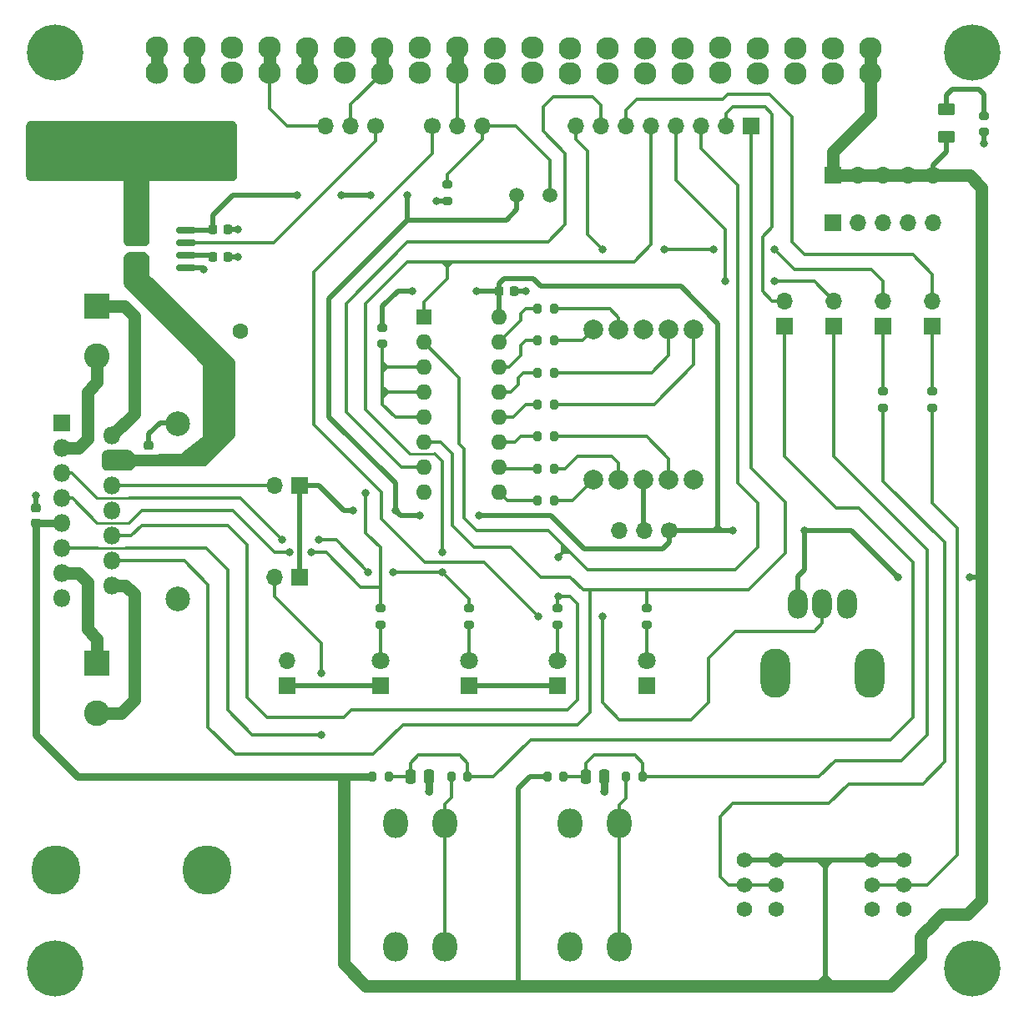
<source format=gbr>
%TF.GenerationSoftware,KiCad,Pcbnew,(6.0.10)*%
%TF.CreationDate,2023-01-19T10:13:04+01:00*%
%TF.ProjectId,myDAQExpansionBoard,6d794441-5145-4787-9061-6e73696f6e42,rev?*%
%TF.SameCoordinates,Original*%
%TF.FileFunction,Copper,L1,Top*%
%TF.FilePolarity,Positive*%
%FSLAX46Y46*%
G04 Gerber Fmt 4.6, Leading zero omitted, Abs format (unit mm)*
G04 Created by KiCad (PCBNEW (6.0.10)) date 2023-01-19 10:13:04*
%MOMM*%
%LPD*%
G01*
G04 APERTURE LIST*
G04 Aperture macros list*
%AMRoundRect*
0 Rectangle with rounded corners*
0 $1 Rounding radius*
0 $2 $3 $4 $5 $6 $7 $8 $9 X,Y pos of 4 corners*
0 Add a 4 corners polygon primitive as box body*
4,1,4,$2,$3,$4,$5,$6,$7,$8,$9,$2,$3,0*
0 Add four circle primitives for the rounded corners*
1,1,$1+$1,$2,$3*
1,1,$1+$1,$4,$5*
1,1,$1+$1,$6,$7*
1,1,$1+$1,$8,$9*
0 Add four rect primitives between the rounded corners*
20,1,$1+$1,$2,$3,$4,$5,0*
20,1,$1+$1,$4,$5,$6,$7,0*
20,1,$1+$1,$6,$7,$8,$9,0*
20,1,$1+$1,$8,$9,$2,$3,0*%
G04 Aperture macros list end*
%TA.AperFunction,ComponentPad*%
%ADD10R,1.800000X1.800000*%
%TD*%
%TA.AperFunction,ComponentPad*%
%ADD11C,1.800000*%
%TD*%
%TA.AperFunction,SMDPad,CuDef*%
%ADD12RoundRect,0.200000X-0.275000X0.200000X-0.275000X-0.200000X0.275000X-0.200000X0.275000X0.200000X0*%
%TD*%
%TA.AperFunction,SMDPad,CuDef*%
%ADD13RoundRect,0.200000X-0.200000X-0.275000X0.200000X-0.275000X0.200000X0.275000X-0.200000X0.275000X0*%
%TD*%
%TA.AperFunction,ComponentPad*%
%ADD14C,1.600000*%
%TD*%
%TA.AperFunction,ComponentPad*%
%ADD15C,5.700000*%
%TD*%
%TA.AperFunction,ComponentPad*%
%ADD16R,1.700000X1.700000*%
%TD*%
%TA.AperFunction,ComponentPad*%
%ADD17O,1.700000X1.700000*%
%TD*%
%TA.AperFunction,SMDPad,CuDef*%
%ADD18RoundRect,0.250000X-0.250000X-0.475000X0.250000X-0.475000X0.250000X0.475000X-0.250000X0.475000X0*%
%TD*%
%TA.AperFunction,SMDPad,CuDef*%
%ADD19RoundRect,0.225000X-0.225000X-0.250000X0.225000X-0.250000X0.225000X0.250000X-0.225000X0.250000X0*%
%TD*%
%TA.AperFunction,SMDPad,CuDef*%
%ADD20RoundRect,0.200000X0.275000X-0.200000X0.275000X0.200000X-0.275000X0.200000X-0.275000X-0.200000X0*%
%TD*%
%TA.AperFunction,SMDPad,CuDef*%
%ADD21RoundRect,0.225000X0.250000X-0.225000X0.250000X0.225000X-0.250000X0.225000X-0.250000X-0.225000X0*%
%TD*%
%TA.AperFunction,ComponentPad*%
%ADD22C,2.000000*%
%TD*%
%TA.AperFunction,ComponentPad*%
%ADD23C,1.700000*%
%TD*%
%TA.AperFunction,ComponentPad*%
%ADD24O,3.000000X5.000000*%
%TD*%
%TA.AperFunction,ComponentPad*%
%ADD25O,2.000000X3.000000*%
%TD*%
%TA.AperFunction,ComponentPad*%
%ADD26C,2.300000*%
%TD*%
%TA.AperFunction,ComponentPad*%
%ADD27O,1.800000X1.800000*%
%TD*%
%TA.AperFunction,ComponentPad*%
%ADD28C,2.500000*%
%TD*%
%TA.AperFunction,ComponentPad*%
%ADD29R,1.600000X1.600000*%
%TD*%
%TA.AperFunction,ComponentPad*%
%ADD30O,1.600000X1.600000*%
%TD*%
%TA.AperFunction,ComponentPad*%
%ADD31R,2.600000X2.600000*%
%TD*%
%TA.AperFunction,ComponentPad*%
%ADD32C,2.600000*%
%TD*%
%TA.AperFunction,ComponentPad*%
%ADD33C,5.000000*%
%TD*%
%TA.AperFunction,ComponentPad*%
%ADD34C,1.500000*%
%TD*%
%TA.AperFunction,ComponentPad*%
%ADD35O,2.500000X3.000000*%
%TD*%
%TA.AperFunction,ComponentPad*%
%ADD36C,1.562000*%
%TD*%
%TA.AperFunction,SMDPad,CuDef*%
%ADD37RoundRect,0.250000X-0.625000X0.375000X-0.625000X-0.375000X0.625000X-0.375000X0.625000X0.375000X0*%
%TD*%
%TA.AperFunction,SMDPad,CuDef*%
%ADD38RoundRect,0.150000X-0.825000X-0.150000X0.825000X-0.150000X0.825000X0.150000X-0.825000X0.150000X0*%
%TD*%
%TA.AperFunction,ViaPad*%
%ADD39C,0.800000*%
%TD*%
%TA.AperFunction,Conductor*%
%ADD40C,0.508000*%
%TD*%
%TA.AperFunction,Conductor*%
%ADD41C,1.270000*%
%TD*%
%TA.AperFunction,Conductor*%
%ADD42C,0.355600*%
%TD*%
%TA.AperFunction,Conductor*%
%ADD43C,0.762000*%
%TD*%
%TA.AperFunction,Conductor*%
%ADD44C,0.254000*%
%TD*%
%TA.AperFunction,Conductor*%
%ADD45C,0.304800*%
%TD*%
G04 APERTURE END LIST*
D10*
%TO.P,D2,1,K*%
%TO.N,Net-(D1-Pad1)*%
X114737500Y-101512500D03*
D11*
%TO.P,D2,2,A*%
%TO.N,Net-(D2-Pad2)*%
X114737500Y-98972500D03*
%TD*%
D12*
%TO.P,R20,1*%
%TO.N,Net-(D14-Pad1)*%
X167000000Y-43675000D03*
%TO.P,R20,2*%
%TO.N,GND*%
X167000000Y-45325000D03*
%TD*%
D13*
%TO.P,R3,1*%
%TO.N,+5V*%
X104925000Y-110800000D03*
%TO.P,R3,2*%
%TO.N,Net-(CD1-Pad1)*%
X106575000Y-110800000D03*
%TD*%
D14*
%TO.P,C5,1*%
%TO.N,/IP-*%
X86500000Y-65545000D03*
%TO.P,C5,2*%
%TO.N,GND*%
X91500000Y-65545000D03*
%TD*%
D12*
%TO.P,R18,1*%
%TO.N,Net-(JP8-Pad3)*%
X112500000Y-50675000D03*
%TO.P,R18,2*%
%TO.N,GND*%
X112500000Y-52325000D03*
%TD*%
D13*
%TO.P,R8,1*%
%TO.N,Net-(R8-Pad1)*%
X121675000Y-69750000D03*
%TO.P,R8,2*%
%TO.N,Net-(R8-Pad2)*%
X123325000Y-69750000D03*
%TD*%
%TO.P,R11,1*%
%TO.N,Net-(R11-Pad1)*%
X121675000Y-76250000D03*
%TO.P,R11,2*%
%TO.N,Net-(R11-Pad2)*%
X123325000Y-76250000D03*
%TD*%
D15*
%TO.P,H1,1,1*%
%TO.N,unconnected-(H1-Pad1)*%
X72750000Y-37250000D03*
%TD*%
D16*
%TO.P,JP10,1,A*%
%TO.N,+5V*%
X97525000Y-90500000D03*
D17*
%TO.P,JP10,2,B*%
%TO.N,Net-(JP10-Pad2)*%
X94985000Y-90500000D03*
%TD*%
D13*
%TO.P,R10,1*%
%TO.N,Net-(R10-Pad1)*%
X121675000Y-73000000D03*
%TO.P,R10,2*%
%TO.N,Net-(R10-Pad2)*%
X123325000Y-73000000D03*
%TD*%
D18*
%TO.P,CD1,1*%
%TO.N,Net-(CD1-Pad1)*%
X108800000Y-110800000D03*
%TO.P,CD1,2*%
%TO.N,GND*%
X110700000Y-110800000D03*
%TD*%
D19*
%TO.P,C3,1*%
%TO.N,+5V*%
X88750000Y-55250000D03*
%TO.P,C3,2*%
%TO.N,GND*%
X90300000Y-55250000D03*
%TD*%
D20*
%TO.P,R2,1*%
%TO.N,Net-(R2-Pad1)*%
X156750000Y-73325000D03*
%TO.P,R2,2*%
%TO.N,Net-(JP1-Pad1)*%
X156750000Y-71675000D03*
%TD*%
D12*
%TO.P,R6,1*%
%TO.N,Net-(JP4-Pad1)*%
X161750000Y-71675000D03*
%TO.P,R6,2*%
%TO.N,Net-(R6-Pad2)*%
X161750000Y-73325000D03*
%TD*%
D21*
%TO.P,C2,1*%
%TO.N,+5V*%
X70750000Y-85025000D03*
%TO.P,C2,2*%
%TO.N,GND*%
X70750000Y-83475000D03*
%TD*%
D22*
%TO.P,U2,1,E*%
%TO.N,Net-(R14-Pad2)*%
X127380000Y-80620000D03*
%TO.P,U2,2,D*%
%TO.N,Net-(R13-Pad2)*%
X129920000Y-80620000D03*
%TO.P,U2,3,CA/CC*%
%TO.N,Net-(JP6-Pad2)*%
X132460000Y-80620000D03*
%TO.P,U2,4,C*%
%TO.N,Net-(R11-Pad2)*%
X135000000Y-80620000D03*
%TO.P,U2,5,DP*%
%TO.N,unconnected-(U2-Pad5)*%
X137540000Y-80620000D03*
%TO.P,U2,6,B*%
%TO.N,Net-(R10-Pad2)*%
X137540000Y-65380000D03*
%TO.P,U2,7,A*%
%TO.N,Net-(R8-Pad2)*%
X135000000Y-65380000D03*
%TO.P,U2,8,CA/CC*%
%TO.N,unconnected-(U2-Pad8)*%
X132460000Y-65380000D03*
%TO.P,U2,9,F*%
%TO.N,Net-(R15-Pad2)*%
X129920000Y-65380000D03*
%TO.P,U2,10,G*%
%TO.N,Net-(R16-Pad2)*%
X127380000Y-65380000D03*
%TD*%
D15*
%TO.P,H4,1,1*%
%TO.N,unconnected-(H4-Pad1)*%
X72750000Y-130250000D03*
%TD*%
D12*
%TO.P,R12,1*%
%TO.N,+5V*%
X105960000Y-65175000D03*
%TO.P,R12,2*%
%TO.N,Net-(R12-Pad2)*%
X105960000Y-66825000D03*
%TD*%
D23*
%TO.P,JP8,1,A*%
%TO.N,Net-(JP8-Pad1)*%
X111000000Y-44750000D03*
D17*
%TO.P,JP8,2,C*%
%TO.N,AI1+*%
X113540000Y-44750000D03*
%TO.P,JP8,3,B*%
%TO.N,Net-(JP8-Pad3)*%
X116080000Y-44750000D03*
%TD*%
D24*
%TO.P,RV1,*%
%TO.N,*%
X155360500Y-100237500D03*
X145760500Y-100237500D03*
D25*
%TO.P,RV1,1,1*%
%TO.N,GND*%
X153060500Y-93237500D03*
%TO.P,RV1,2,2*%
%TO.N,Net-(JP8-Pad1)*%
X150560500Y-93237500D03*
%TO.P,RV1,3,3*%
%TO.N,+5V*%
X148060500Y-93237500D03*
%TD*%
D16*
%TO.P,JP5,1,A*%
%TO.N,Net-(D1-Pad1)*%
X96250000Y-101525000D03*
D17*
%TO.P,JP5,2,B*%
%TO.N,GND*%
X96250000Y-98985000D03*
%TD*%
D16*
%TO.P,JP4,1,A*%
%TO.N,Net-(JP4-Pad1)*%
X161750000Y-65000000D03*
D17*
%TO.P,JP4,2,B*%
%TO.N,DIO2*%
X161750000Y-62460000D03*
%TD*%
D16*
%TO.P,JP9,1,A*%
%TO.N,+5V*%
X97525000Y-81205000D03*
D17*
%TO.P,JP9,2,B*%
%TO.N,Net-(JP9-Pad2)*%
X94985000Y-81205000D03*
%TD*%
D16*
%TO.P,J3,1,Pin_1*%
%TO.N,DIO7*%
X143375000Y-44750000D03*
D17*
%TO.P,J3,2,Pin_2*%
%TO.N,DIO6*%
X140835000Y-44750000D03*
%TO.P,J3,3,Pin_3*%
%TO.N,DIO5*%
X138295000Y-44750000D03*
%TO.P,J3,4,Pin_4*%
%TO.N,DIO4*%
X135755000Y-44750000D03*
%TO.P,J3,5,Pin_5*%
%TO.N,DIO3*%
X133215000Y-44750000D03*
%TO.P,J3,6,Pin_6*%
%TO.N,DIO2*%
X130675000Y-44750000D03*
%TO.P,J3,7,Pin_7*%
%TO.N,DIO1*%
X128135000Y-44750000D03*
%TO.P,J3,8,Pin_8*%
%TO.N,DIO0*%
X125595000Y-44750000D03*
%TD*%
D16*
%TO.P,J2,1,Pin_1*%
%TO.N,GND*%
X151675000Y-54500000D03*
D17*
%TO.P,J2,2,Pin_2*%
X154215000Y-54500000D03*
%TO.P,J2,3,Pin_3*%
X156755000Y-54500000D03*
%TO.P,J2,4,Pin_4*%
X159295000Y-54500000D03*
%TO.P,J2,5,Pin_5*%
X161835000Y-54500000D03*
%TD*%
D21*
%TO.P,C4,1*%
%TO.N,/IP-*%
X82250000Y-78675000D03*
%TO.P,C4,2*%
%TO.N,GND*%
X82250000Y-77125000D03*
%TD*%
D12*
%TO.P,R7,1*%
%TO.N,DIO5*%
X123737500Y-93662500D03*
%TO.P,R7,2*%
%TO.N,Net-(D3-Pad2)*%
X123737500Y-95312500D03*
%TD*%
D26*
%TO.P,J4,1,Pin_1*%
%TO.N,unconnected-(J4-Pad1)*%
X83055000Y-36800000D03*
X83055000Y-39340000D03*
%TO.P,J4,2,Pin_2*%
%TO.N,unconnected-(J4-Pad2)*%
X86865000Y-36760000D03*
X86865000Y-39300000D03*
%TO.P,J4,3,Pin_3*%
%TO.N,GND*%
X90675000Y-39340000D03*
X90675000Y-36800000D03*
%TO.P,J4,4,Pin_4*%
%TO.N,AO0*%
X94485000Y-36760000D03*
X94485000Y-39300000D03*
%TO.P,J4,5,Pin_5*%
%TO.N,unconnected-(J4-Pad5)*%
X98295000Y-36840000D03*
X98295000Y-39380000D03*
%TO.P,J4,6,Pin_6*%
%TO.N,GND*%
X102105000Y-36800000D03*
X102105000Y-39340000D03*
%TO.P,J4,7,Pin_7*%
%TO.N,AI0+*%
X105915000Y-39380000D03*
X105915000Y-36840000D03*
%TO.P,J4,8,Pin_8*%
%TO.N,GND*%
X109725000Y-36800000D03*
X109725000Y-39340000D03*
%TO.P,J4,9,Pin_9*%
%TO.N,AI1+*%
X113535000Y-36800000D03*
X113535000Y-39340000D03*
%TO.P,J4,10,Pin_10*%
%TO.N,GND*%
X117345000Y-36840000D03*
X117345000Y-39380000D03*
%TO.P,J4,11,Pin_11*%
%TO.N,DIO0*%
X121155000Y-36800000D03*
X121155000Y-39340000D03*
%TO.P,J4,12,Pin_12*%
%TO.N,DIO1*%
X124965000Y-39420000D03*
X124965000Y-36880000D03*
%TO.P,J4,13,Pin_13*%
%TO.N,DIO2*%
X128775000Y-36840000D03*
X128775000Y-39380000D03*
%TO.P,J4,14,Pin_14*%
%TO.N,DIO3*%
X132585000Y-39420000D03*
X132585000Y-36880000D03*
%TO.P,J4,15,Pin_15*%
%TO.N,DIO4*%
X136395000Y-39380000D03*
X136395000Y-36840000D03*
%TO.P,J4,16,Pin_16*%
%TO.N,DIO5*%
X140205000Y-39340000D03*
X140205000Y-36800000D03*
%TO.P,J4,17,Pin_17*%
%TO.N,DIO6*%
X144015000Y-36880000D03*
X144015000Y-39420000D03*
%TO.P,J4,18,Pin_18*%
%TO.N,DIO7*%
X147825000Y-39380000D03*
X147825000Y-36840000D03*
%TO.P,J4,19,Pin_19*%
%TO.N,GND*%
X151635000Y-36880000D03*
X151635000Y-39420000D03*
%TO.P,J4,20,Pin_20*%
%TO.N,+5V*%
X155445000Y-39380000D03*
X155445000Y-36840000D03*
%TD*%
D10*
%TO.P,U4,1,SENSE_A*%
%TO.N,GND*%
X73440000Y-74855000D03*
D27*
%TO.P,U4,2,OUT1*%
%TO.N,/OUT1*%
X78520000Y-76125000D03*
%TO.P,U4,3,OUT2*%
%TO.N,/OUT2*%
X73440000Y-77395000D03*
%TO.P,U4,4,Vs*%
%TO.N,/IP-*%
X78520000Y-78665000D03*
%TO.P,U4,5,IN1*%
%TO.N,DIO3*%
X73440000Y-79935000D03*
%TO.P,U4,6,EnA*%
%TO.N,Net-(JP9-Pad2)*%
X78520000Y-81205000D03*
%TO.P,U4,7,IN2*%
%TO.N,DIO1*%
X73440000Y-82475000D03*
%TO.P,U4,8,GND*%
%TO.N,GND*%
X78520000Y-83745000D03*
D28*
X85190000Y-92755000D03*
X85190000Y-74955000D03*
D27*
%TO.P,U4,9,Vss*%
%TO.N,+5V*%
X73440000Y-85015000D03*
%TO.P,U4,10,IN3*%
%TO.N,DIO5*%
X78520000Y-86285000D03*
%TO.P,U4,11,EnB*%
%TO.N,Net-(JP10-Pad2)*%
X73440000Y-87555000D03*
%TO.P,U4,12,IN4*%
%TO.N,DIO7*%
X78520000Y-88825000D03*
%TO.P,U4,13,OUT3*%
%TO.N,/OUT3*%
X73440000Y-90095000D03*
%TO.P,U4,14,OUT4*%
%TO.N,/OUT4*%
X78520000Y-91365000D03*
%TO.P,U4,15,SENSE_B*%
%TO.N,GND*%
X73440000Y-92635000D03*
%TD*%
D23*
%TO.P,JP7,1,A*%
%TO.N,Net-(JP7-Pad1)*%
X105275000Y-44750000D03*
D17*
%TO.P,JP7,2,C*%
%TO.N,AI0+*%
X102735000Y-44750000D03*
%TO.P,JP7,3,B*%
%TO.N,AO0*%
X100195000Y-44750000D03*
%TD*%
D12*
%TO.P,R5,1*%
%TO.N,DIO3*%
X114737500Y-93662500D03*
%TO.P,R5,2*%
%TO.N,Net-(D2-Pad2)*%
X114737500Y-95312500D03*
%TD*%
D10*
%TO.P,D3,1,K*%
%TO.N,Net-(D1-Pad1)*%
X123737500Y-101512500D03*
D11*
%TO.P,D3,2,A*%
%TO.N,Net-(D3-Pad2)*%
X123737500Y-98972500D03*
%TD*%
D29*
%TO.P,U1,1,B*%
%TO.N,DIO3*%
X110160000Y-64125000D03*
D30*
%TO.P,U1,2,C*%
%TO.N,DIO5*%
X110160000Y-66665000D03*
%TO.P,U1,3,LT*%
%TO.N,Net-(R12-Pad2)*%
X110160000Y-69205000D03*
%TO.P,U1,4,BI*%
X110160000Y-71745000D03*
%TO.P,U1,5,RBI*%
X110160000Y-74285000D03*
%TO.P,U1,6,D*%
%TO.N,DIO7*%
X110160000Y-76825000D03*
%TO.P,U1,7,A*%
%TO.N,DIO1*%
X110160000Y-79365000D03*
%TO.P,U1,8,GND*%
%TO.N,GND*%
X110160000Y-81905000D03*
%TO.P,U1,9,e*%
%TO.N,Net-(R14-Pad1)*%
X117780000Y-81905000D03*
%TO.P,U1,10,d*%
%TO.N,Net-(R13-Pad1)*%
X117780000Y-79365000D03*
%TO.P,U1,11,c*%
%TO.N,Net-(R11-Pad1)*%
X117780000Y-76825000D03*
%TO.P,U1,12,b*%
%TO.N,Net-(R10-Pad1)*%
X117780000Y-74285000D03*
%TO.P,U1,13,a*%
%TO.N,Net-(R8-Pad1)*%
X117780000Y-71745000D03*
%TO.P,U1,14,g*%
%TO.N,Net-(R16-Pad1)*%
X117780000Y-69205000D03*
%TO.P,U1,15,f*%
%TO.N,Net-(R15-Pad1)*%
X117780000Y-66665000D03*
%TO.P,U1,16,VCC*%
%TO.N,+5V*%
X117780000Y-64125000D03*
%TD*%
D31*
%TO.P,J6,1,Pin_1*%
%TO.N,/OUT3*%
X77000000Y-99250000D03*
D32*
%TO.P,J6,2,Pin_2*%
%TO.N,/OUT4*%
X77000000Y-104330000D03*
%TD*%
D19*
%TO.P,C6,1*%
%TO.N,Net-(C6-Pad1)*%
X88750000Y-58000000D03*
%TO.P,C6,2*%
%TO.N,GND*%
X90300000Y-58000000D03*
%TD*%
D12*
%TO.P,R9,1*%
%TO.N,DIO7*%
X132737500Y-93662500D03*
%TO.P,R9,2*%
%TO.N,Net-(D4-Pad2)*%
X132737500Y-95312500D03*
%TD*%
D18*
%TO.P,CD2,1*%
%TO.N,Net-(CD2-Pad1)*%
X126550000Y-110800000D03*
%TO.P,CD2,2*%
%TO.N,GND*%
X128450000Y-110800000D03*
%TD*%
D12*
%TO.P,R1,1*%
%TO.N,DIO1*%
X105737500Y-93662500D03*
%TO.P,R1,2*%
%TO.N,Net-(D1-Pad2)*%
X105737500Y-95312500D03*
%TD*%
D16*
%TO.P,JP1,1,A*%
%TO.N,Net-(JP1-Pad1)*%
X156750000Y-65025000D03*
D17*
%TO.P,JP1,2,B*%
%TO.N,DIO0*%
X156750000Y-62485000D03*
%TD*%
D33*
%TO.P,J8,1,Pin_1*%
%TO.N,GND*%
X72850000Y-120250000D03*
X88150000Y-120250000D03*
%TD*%
D34*
%TO.P,R17,1*%
%TO.N,+5V*%
X119550000Y-51750000D03*
%TO.P,R17,2*%
%TO.N,Net-(JP8-Pad3)*%
X122950000Y-51750000D03*
%TD*%
D35*
%TO.P,SW4,1,1*%
%TO.N,Net-(R21-Pad1)*%
X130000000Y-115500000D03*
X130000000Y-128000000D03*
%TO.P,SW4,2,2*%
%TO.N,GND*%
X125000000Y-128000000D03*
X125000000Y-115500000D03*
%TD*%
D10*
%TO.P,D1,1,K*%
%TO.N,Net-(D1-Pad1)*%
X105737500Y-101512500D03*
D11*
%TO.P,D1,2,A*%
%TO.N,Net-(D1-Pad2)*%
X105737500Y-98972500D03*
%TD*%
D13*
%TO.P,R15,1*%
%TO.N,Net-(R15-Pad1)*%
X121675000Y-63250000D03*
%TO.P,R15,2*%
%TO.N,Net-(R15-Pad2)*%
X123325000Y-63250000D03*
%TD*%
D23*
%TO.P,JP6,1,A*%
%TO.N,+5V*%
X135010000Y-85750000D03*
D17*
%TO.P,JP6,2,C*%
%TO.N,Net-(JP6-Pad2)*%
X132470000Y-85750000D03*
%TO.P,JP6,3,B*%
%TO.N,GND*%
X129930000Y-85750000D03*
%TD*%
D13*
%TO.P,R13,1*%
%TO.N,Net-(R13-Pad1)*%
X121675000Y-79500000D03*
%TO.P,R13,2*%
%TO.N,Net-(R13-Pad2)*%
X123325000Y-79500000D03*
%TD*%
D15*
%TO.P,H3,1,1*%
%TO.N,unconnected-(H3-Pad1)*%
X165750000Y-130250000D03*
%TD*%
D36*
%TO.P,SW1,1,A*%
%TO.N,+5V*%
X145850000Y-119250000D03*
X142650000Y-119250000D03*
%TO.P,SW1,2,B*%
%TO.N,Net-(R2-Pad1)*%
X145850000Y-121750000D03*
X142650000Y-121750000D03*
%TO.P,SW1,3,C*%
%TO.N,GND*%
X142650000Y-124250000D03*
X145850000Y-124250000D03*
%TD*%
D33*
%TO.P,J7,1,Pin_1*%
%TO.N,VDD*%
X88150000Y-47250000D03*
X72850000Y-47250000D03*
%TD*%
D36*
%TO.P,SW2,1,A*%
%TO.N,+5V*%
X158850000Y-119250000D03*
X155650000Y-119250000D03*
%TO.P,SW2,2,B*%
%TO.N,Net-(R6-Pad2)*%
X158850000Y-121750000D03*
X155650000Y-121750000D03*
%TO.P,SW2,3,C*%
%TO.N,GND*%
X155650000Y-124250000D03*
X158850000Y-124250000D03*
%TD*%
D13*
%TO.P,R19,1*%
%TO.N,Net-(R19-Pad1)*%
X112925000Y-110800000D03*
%TO.P,R19,2*%
%TO.N,Net-(CD1-Pad1)*%
X114575000Y-110800000D03*
%TD*%
D16*
%TO.P,JP2,1,A*%
%TO.N,Net-(CD1-Pad1)*%
X146750000Y-65025000D03*
D17*
%TO.P,JP2,2,B*%
%TO.N,DIO6*%
X146750000Y-62485000D03*
%TD*%
D37*
%TO.P,D14,1,K*%
%TO.N,Net-(D14-Pad1)*%
X163150000Y-43050000D03*
%TO.P,D14,2,A*%
%TO.N,+5V*%
X163150000Y-45850000D03*
%TD*%
D16*
%TO.P,JP3,1,A*%
%TO.N,Net-(CD2-Pad1)*%
X151750000Y-65025000D03*
D17*
%TO.P,JP3,2,B*%
%TO.N,DIO4*%
X151750000Y-62485000D03*
%TD*%
D35*
%TO.P,SW3,1,1*%
%TO.N,Net-(R19-Pad1)*%
X112250000Y-128000000D03*
X112250000Y-115500000D03*
%TO.P,SW3,2,2*%
%TO.N,GND*%
X107250000Y-128000000D03*
X107250000Y-115500000D03*
%TD*%
D13*
%TO.P,R4,1*%
%TO.N,+5V*%
X122675000Y-110800000D03*
%TO.P,R4,2*%
%TO.N,Net-(CD2-Pad1)*%
X124325000Y-110800000D03*
%TD*%
D10*
%TO.P,D4,1,K*%
%TO.N,Net-(D1-Pad1)*%
X132737500Y-101512500D03*
D11*
%TO.P,D4,2,A*%
%TO.N,Net-(D4-Pad2)*%
X132737500Y-98972500D03*
%TD*%
D31*
%TO.P,J5,1,Pin_1*%
%TO.N,/OUT1*%
X77000000Y-63000000D03*
D32*
%TO.P,J5,2,Pin_2*%
%TO.N,/OUT2*%
X77000000Y-68080000D03*
%TD*%
D19*
%TO.P,C1,1*%
%TO.N,+5V*%
X117780000Y-61500000D03*
%TO.P,C1,2*%
%TO.N,GND*%
X119330000Y-61500000D03*
%TD*%
D16*
%TO.P,J1,1,Pin_1*%
%TO.N,+5V*%
X151675000Y-49750000D03*
D17*
%TO.P,J1,2,Pin_2*%
X154215000Y-49750000D03*
%TO.P,J1,3,Pin_3*%
X156755000Y-49750000D03*
%TO.P,J1,4,Pin_4*%
X159295000Y-49750000D03*
%TO.P,J1,5,Pin_5*%
X161835000Y-49750000D03*
%TD*%
D15*
%TO.P,H2,1,1*%
%TO.N,unconnected-(H2-Pad1)*%
X165750000Y-37250000D03*
%TD*%
D13*
%TO.P,R21,1*%
%TO.N,Net-(R21-Pad1)*%
X130675000Y-110800000D03*
%TO.P,R21,2*%
%TO.N,Net-(CD2-Pad1)*%
X132325000Y-110800000D03*
%TD*%
D38*
%TO.P,U3,1,IP+*%
%TO.N,VDD*%
X81050000Y-55345000D03*
%TO.P,U3,2,IP+*%
X81050000Y-56615000D03*
%TO.P,U3,3,IP-*%
%TO.N,/IP-*%
X81050000Y-57885000D03*
%TO.P,U3,4,IP-*%
X81050000Y-59155000D03*
%TO.P,U3,5,GND*%
%TO.N,GND*%
X86000000Y-59155000D03*
%TO.P,U3,6,FILTER*%
%TO.N,Net-(C6-Pad1)*%
X86000000Y-57885000D03*
%TO.P,U3,7,VIOUT*%
%TO.N,Net-(JP7-Pad1)*%
X86000000Y-56615000D03*
%TO.P,U3,8,VCC*%
%TO.N,+5V*%
X86000000Y-55345000D03*
%TD*%
D13*
%TO.P,R16,1*%
%TO.N,Net-(R16-Pad1)*%
X121675000Y-66500000D03*
%TO.P,R16,2*%
%TO.N,Net-(R16-Pad2)*%
X123325000Y-66500000D03*
%TD*%
%TO.P,R14,1*%
%TO.N,Net-(R14-Pad1)*%
X121675000Y-82750000D03*
%TO.P,R14,2*%
%TO.N,Net-(R14-Pad2)*%
X123325000Y-82750000D03*
%TD*%
D39*
%TO.N,+5V*%
X109750000Y-84250000D03*
X115500000Y-61500000D03*
X141500000Y-85750000D03*
X158250000Y-90500000D03*
X101750000Y-51750000D03*
X109000000Y-61500000D03*
X103000000Y-83750000D03*
X148750000Y-85750000D03*
X107250000Y-83750000D03*
X108500000Y-51750000D03*
X97250000Y-51750000D03*
X104750000Y-51750000D03*
X165500000Y-90500000D03*
X115750000Y-84250000D03*
%TO.N,GND*%
X167000000Y-46500000D03*
X110700000Y-112300000D03*
X87775000Y-59250000D03*
X91275000Y-58000000D03*
X111400000Y-52300000D03*
X91275000Y-55250000D03*
X120500000Y-61500000D03*
X70750000Y-82250000D03*
X128450000Y-112300000D03*
%TO.N,DIO4*%
X140750000Y-60500000D03*
X145750000Y-60500000D03*
%TO.N,DIO5*%
X123750000Y-92500000D03*
X123750000Y-88500000D03*
%TO.N,DIO0*%
X134500000Y-57250000D03*
X128250000Y-57250000D03*
X139500000Y-57250000D03*
X145750000Y-57250000D03*
%TO.N,DIO1*%
X98750000Y-88000000D03*
X96500000Y-88000000D03*
X104250000Y-82000000D03*
%TO.N,DIO3*%
X112000000Y-90000000D03*
X112000000Y-88000000D03*
X107000000Y-90000000D03*
X104500000Y-90000000D03*
X99500000Y-86750000D03*
X95750000Y-86750000D03*
%TO.N,Net-(JP8-Pad1)*%
X128250000Y-94500000D03*
X121750000Y-94500000D03*
%TO.N,Net-(JP10-Pad2)*%
X99750000Y-100250000D03*
X99750000Y-106500000D03*
%TD*%
D40*
%TO.N,+5V*%
X140000000Y-64750000D02*
X140000000Y-85250000D01*
X105960000Y-65175000D02*
X105960000Y-63040000D01*
X149940000Y-132000000D02*
X149432000Y-132000000D01*
X100500000Y-62250000D02*
X100500000Y-74250000D01*
X119750000Y-111950000D02*
X120950000Y-110750000D01*
X142650000Y-119250000D02*
X150238000Y-119250000D01*
X107750000Y-84250000D02*
X109750000Y-84250000D01*
D41*
X102000000Y-129750000D02*
X102000000Y-111200000D01*
D40*
X151464000Y-131652000D02*
X151464000Y-132000000D01*
X88750000Y-53750000D02*
X90750000Y-51750000D01*
X119550000Y-53200000D02*
X118500000Y-54250000D01*
D41*
X165500000Y-49750000D02*
X166750000Y-51000000D01*
D40*
X150238000Y-119250000D02*
X151006000Y-119250000D01*
X141500000Y-85750000D02*
X140500000Y-85750000D01*
X140000000Y-85250000D02*
X140000000Y-85750000D01*
X90750000Y-51750000D02*
X97250000Y-51750000D01*
D42*
X140000000Y-85250000D02*
X140500000Y-85750000D01*
D41*
X155445000Y-36840000D02*
X155445000Y-39380000D01*
X166750000Y-123250000D02*
X165250000Y-124750000D01*
D40*
X118500000Y-54250000D02*
X108500000Y-54250000D01*
X151514000Y-119250000D02*
X155650000Y-119250000D01*
X135010000Y-86990000D02*
X134375000Y-87625000D01*
X150876000Y-119888000D02*
X150876000Y-131064000D01*
X117780000Y-61500000D02*
X115500000Y-61500000D01*
D41*
X160500000Y-129000000D02*
X159375000Y-130125000D01*
D40*
X101750000Y-51750000D02*
X104750000Y-51750000D01*
D41*
X157500000Y-132000000D02*
X151464000Y-132000000D01*
D40*
X107250000Y-81000000D02*
X107250000Y-83750000D01*
X117780000Y-61500000D02*
X117780000Y-64125000D01*
X119750000Y-132000000D02*
X119750000Y-111950000D01*
X115750000Y-84250000D02*
X123000000Y-84250000D01*
X100500000Y-74250000D02*
X107250000Y-81000000D01*
D41*
X160500000Y-127000000D02*
X160500000Y-129000000D01*
X104250000Y-132000000D02*
X102000000Y-129750000D01*
D40*
X117750000Y-60750000D02*
X118250000Y-60250000D01*
D41*
X162750000Y-124750000D02*
X162000000Y-125500000D01*
D40*
X121250000Y-60250000D02*
X122000000Y-61000000D01*
D41*
X165250000Y-124750000D02*
X162750000Y-124750000D01*
D40*
X150876000Y-131064000D02*
X151464000Y-131652000D01*
X136250000Y-61000000D02*
X140000000Y-64750000D01*
X120950000Y-110750000D02*
X122675000Y-110750000D01*
X88655000Y-55345000D02*
X88750000Y-55250000D01*
X107750000Y-84250000D02*
X107250000Y-83750000D01*
X105960000Y-63040000D02*
X107500000Y-61500000D01*
D43*
X75050000Y-110800000D02*
X70750000Y-106500000D01*
D40*
X158850000Y-119250000D02*
X155650000Y-119250000D01*
X135010000Y-85750000D02*
X138500000Y-85750000D01*
D41*
X159375000Y-130125000D02*
X158750000Y-130750000D01*
D40*
X148750000Y-85750000D02*
X148750000Y-89750000D01*
D41*
X158125000Y-131375000D02*
X157500000Y-132000000D01*
X119750000Y-132000000D02*
X104250000Y-132000000D01*
D40*
X135010000Y-85750000D02*
X135010000Y-86990000D01*
D41*
X151675000Y-49750000D02*
X151675000Y-47325000D01*
D42*
X140000000Y-85250000D02*
X139500000Y-85750000D01*
D43*
X70750000Y-106500000D02*
X70750000Y-85025000D01*
D40*
X150876000Y-131064000D02*
X149940000Y-132000000D01*
D41*
X119750000Y-132000000D02*
X149432000Y-132000000D01*
D43*
X70750000Y-85025000D02*
X73430000Y-85025000D01*
D40*
X163150000Y-47350000D02*
X161835000Y-48665000D01*
X139500000Y-85750000D02*
X138500000Y-85750000D01*
X102000000Y-83750000D02*
X99455000Y-81205000D01*
X140000000Y-85750000D02*
X139500000Y-85750000D01*
X99455000Y-81205000D02*
X97525000Y-81205000D01*
X108500000Y-54250000D02*
X100500000Y-62250000D01*
D43*
X73430000Y-85025000D02*
X73440000Y-85015000D01*
D40*
X103000000Y-83750000D02*
X102000000Y-83750000D01*
D41*
X166750000Y-99500000D02*
X166750000Y-123250000D01*
D40*
X122000000Y-61000000D02*
X136250000Y-61000000D01*
X107500000Y-61500000D02*
X109000000Y-61500000D01*
D41*
X160875000Y-126625000D02*
X160500000Y-127000000D01*
D43*
X102000000Y-110800000D02*
X75050000Y-110800000D01*
D40*
X153500000Y-85750000D02*
X148750000Y-85750000D01*
X119550000Y-51750000D02*
X119550000Y-53200000D01*
X150876000Y-131064000D02*
X150876000Y-131920000D01*
X97525000Y-81205000D02*
X97525000Y-90500000D01*
X148060500Y-93237500D02*
X148060500Y-90439500D01*
X88750000Y-55250000D02*
X88750000Y-53750000D01*
X117750000Y-61470000D02*
X117750000Y-60750000D01*
X150876000Y-119888000D02*
X150238000Y-119250000D01*
D41*
X161835000Y-49750000D02*
X151675000Y-49750000D01*
D40*
X163150000Y-45850000D02*
X163150000Y-47350000D01*
D41*
X164850000Y-49750000D02*
X165500000Y-49750000D01*
D40*
X151006000Y-119250000D02*
X151514000Y-119250000D01*
X150876000Y-119888000D02*
X151514000Y-119250000D01*
X158250000Y-90500000D02*
X153500000Y-85750000D01*
D41*
X151675000Y-47325000D02*
X155445000Y-43555000D01*
D40*
X118250000Y-60250000D02*
X121250000Y-60250000D01*
X161835000Y-48665000D02*
X161835000Y-49750000D01*
D41*
X166750000Y-90500000D02*
X166750000Y-99500000D01*
X161835000Y-49750000D02*
X164850000Y-49750000D01*
D40*
X151006000Y-119250000D02*
X150876000Y-119380000D01*
X140500000Y-85750000D02*
X140000000Y-85750000D01*
D41*
X166750000Y-51000000D02*
X166750000Y-90500000D01*
X150956000Y-132000000D02*
X149432000Y-132000000D01*
D40*
X86000000Y-55345000D02*
X88655000Y-55345000D01*
D41*
X158750000Y-130750000D02*
X158125000Y-131375000D01*
X151464000Y-132000000D02*
X150956000Y-132000000D01*
D43*
X104925000Y-110800000D02*
X102000000Y-110800000D01*
D40*
X117780000Y-61500000D02*
X117750000Y-61470000D01*
X123000000Y-84250000D02*
X126375000Y-87625000D01*
D41*
X162000000Y-125500000D02*
X161625000Y-125875000D01*
X155445000Y-43555000D02*
X155445000Y-39380000D01*
D40*
X108500000Y-51750000D02*
X108500000Y-54250000D01*
X150876000Y-131920000D02*
X150956000Y-132000000D01*
X148750000Y-89750000D02*
X148060500Y-90439500D01*
X126375000Y-87625000D02*
X134375000Y-87625000D01*
D41*
X161625000Y-125875000D02*
X160875000Y-126625000D01*
D40*
X150876000Y-119380000D02*
X150876000Y-119888000D01*
X166750000Y-90500000D02*
X165500000Y-90500000D01*
%TO.N,GND*%
X86000000Y-59155000D02*
X87680000Y-59155000D01*
D43*
X110700000Y-110800000D02*
X110700000Y-112300000D01*
D40*
X82250000Y-77125000D02*
X82250000Y-76000000D01*
D43*
X128450000Y-110800000D02*
X128450000Y-112300000D01*
D40*
X119330000Y-61500000D02*
X120500000Y-61500000D01*
X111425000Y-52325000D02*
X111400000Y-52300000D01*
X82250000Y-76000000D02*
X83395000Y-74855000D01*
X167000000Y-45325000D02*
X167000000Y-46500000D01*
X90300000Y-55250000D02*
X91275000Y-55250000D01*
X83395000Y-74855000D02*
X84190000Y-74855000D01*
X70750000Y-83475000D02*
X70750000Y-82250000D01*
X87680000Y-59155000D02*
X87775000Y-59250000D01*
X90300000Y-58000000D02*
X91275000Y-58000000D01*
X112500000Y-52325000D02*
X111425000Y-52325000D01*
%TO.N,Net-(C6-Pad1)*%
X86000000Y-57885000D02*
X88635000Y-57885000D01*
X88635000Y-57885000D02*
X88750000Y-58000000D01*
D42*
%TO.N,DIO4*%
X140750000Y-60500000D02*
X140750000Y-55250000D01*
X140750000Y-55250000D02*
X135755000Y-50255000D01*
X149765000Y-60500000D02*
X145750000Y-60500000D01*
X151750000Y-62485000D02*
X149765000Y-60500000D01*
X135755000Y-50255000D02*
X135755000Y-44750000D01*
%TO.N,DIO5*%
X102000000Y-104750000D02*
X102750000Y-104000000D01*
X124250000Y-88000000D02*
X125000000Y-88000000D01*
X138295000Y-44750000D02*
X138295000Y-47045000D01*
X124250000Y-88000000D02*
X124625000Y-87625000D01*
X125000000Y-88000000D02*
X124625000Y-87625000D01*
X102750000Y-104000000D02*
X124750000Y-104000000D01*
X123737500Y-93662500D02*
X123737500Y-92512500D01*
X125000000Y-92500000D02*
X123750000Y-92500000D01*
X92250000Y-87250000D02*
X92250000Y-102750000D01*
X114250000Y-77500000D02*
X113750000Y-77000000D01*
X90250000Y-85250000D02*
X92250000Y-87250000D01*
X144000000Y-83000000D02*
X144000000Y-87500000D01*
X114250000Y-84500000D02*
X114250000Y-77500000D01*
X124750000Y-104000000D02*
X125750000Y-103000000D01*
X144000000Y-87500000D02*
X141750000Y-89750000D01*
X122750000Y-85750000D02*
X115500000Y-85750000D01*
X92250000Y-102750000D02*
X94250000Y-104750000D01*
X124250000Y-88000000D02*
X124250000Y-87250000D01*
X80465000Y-86285000D02*
X81500000Y-85250000D01*
X115500000Y-85750000D02*
X114250000Y-84500000D01*
X142000000Y-50750000D02*
X142000000Y-81000000D01*
X126750000Y-89750000D02*
X125000000Y-88000000D01*
X78520000Y-86285000D02*
X80465000Y-86285000D01*
X123737500Y-92512500D02*
X123750000Y-92500000D01*
X124625000Y-87625000D02*
X124250000Y-87250000D01*
X138295000Y-47045000D02*
X142000000Y-50750000D01*
X123750000Y-88500000D02*
X124250000Y-88000000D01*
X113750000Y-77000000D02*
X113750000Y-70255000D01*
X81500000Y-85250000D02*
X90250000Y-85250000D01*
X141750000Y-89750000D02*
X126750000Y-89750000D01*
X125750000Y-93250000D02*
X125000000Y-92500000D01*
X94250000Y-104750000D02*
X102000000Y-104750000D01*
X113750000Y-70255000D02*
X110160000Y-66665000D01*
X142000000Y-81000000D02*
X144000000Y-83000000D01*
X124250000Y-87250000D02*
X122750000Y-85750000D01*
X125750000Y-103000000D02*
X125750000Y-93250000D01*
D40*
%TO.N,Net-(D1-Pad1)*%
X105737500Y-101512500D02*
X96262500Y-101512500D01*
X123737500Y-101512500D02*
X114737500Y-101512500D01*
X96262500Y-101512500D02*
X96250000Y-101525000D01*
D42*
%TO.N,DIO0*%
X156750000Y-60500000D02*
X156750000Y-62485000D01*
X126750000Y-51250000D02*
X126750000Y-55750000D01*
X125595000Y-44750000D02*
X125595000Y-46095000D01*
X126750000Y-47250000D02*
X126750000Y-51250000D01*
X126750000Y-55750000D02*
X128250000Y-57250000D01*
X125595000Y-46095000D02*
X126250000Y-46750000D01*
X147750000Y-59250000D02*
X148500000Y-59250000D01*
X134500000Y-57250000D02*
X139500000Y-57250000D01*
X126250000Y-46750000D02*
X126750000Y-47250000D01*
X155500000Y-59250000D02*
X156750000Y-60500000D01*
X145750000Y-57250000D02*
X147750000Y-59250000D01*
X148500000Y-59250000D02*
X155500000Y-59250000D01*
%TO.N,DIO1*%
X105737500Y-87487500D02*
X104500000Y-86250000D01*
X102250000Y-62750000D02*
X102250000Y-73750000D01*
X107865000Y-79365000D02*
X110160000Y-79365000D01*
X105737500Y-91512500D02*
X105737500Y-87487500D01*
X102250000Y-73750000D02*
X107865000Y-79365000D01*
X127250000Y-41750000D02*
X123250000Y-41750000D01*
X90750000Y-83750000D02*
X95000000Y-88000000D01*
X104500000Y-86250000D02*
X104250000Y-86000000D01*
D44*
X77000000Y-85000000D02*
X80250000Y-85000000D01*
D42*
X128135000Y-44750000D02*
X128135000Y-42635000D01*
X81500000Y-83750000D02*
X90750000Y-83750000D01*
X122250000Y-45250000D02*
X124500000Y-47500000D01*
X103762500Y-91512500D02*
X105737500Y-91512500D01*
X74475000Y-82475000D02*
X77000000Y-85000000D01*
X122750000Y-56500000D02*
X108500000Y-56500000D01*
X100250000Y-88000000D02*
X103762500Y-91512500D01*
X105737500Y-93662500D02*
X105737500Y-91512500D01*
X128135000Y-42635000D02*
X127250000Y-41750000D01*
X122250000Y-42750000D02*
X122250000Y-45250000D01*
X98750000Y-88000000D02*
X100250000Y-88000000D01*
X108500000Y-56500000D02*
X102250000Y-62750000D01*
X95000000Y-88000000D02*
X96500000Y-88000000D01*
X80250000Y-85000000D02*
X81500000Y-83750000D01*
X104250000Y-86000000D02*
X104250000Y-82000000D01*
X73440000Y-82475000D02*
X74475000Y-82475000D01*
X123250000Y-41750000D02*
X122250000Y-42750000D01*
X124500000Y-54750000D02*
X122750000Y-56500000D01*
X124500000Y-47500000D02*
X124500000Y-54750000D01*
%TO.N,DIO2*%
X131750000Y-42000000D02*
X140500000Y-42000000D01*
X161750000Y-59750000D02*
X161750000Y-62460000D01*
X130675000Y-44750000D02*
X130675000Y-43075000D01*
X147500000Y-43750000D02*
X147500000Y-56500000D01*
X148750000Y-57750000D02*
X159750000Y-57750000D01*
X145250000Y-41500000D02*
X147500000Y-43750000D01*
X130675000Y-43075000D02*
X131750000Y-42000000D01*
X141000000Y-41500000D02*
X145250000Y-41500000D01*
X147500000Y-56500000D02*
X148750000Y-57750000D01*
X159750000Y-57750000D02*
X161750000Y-59750000D01*
X140500000Y-42000000D02*
X141000000Y-41500000D01*
%TO.N,DIO3*%
X112500000Y-59000000D02*
X113000000Y-58500000D01*
X133215000Y-56785000D02*
X131500000Y-58500000D01*
X112000000Y-58500000D02*
X108500000Y-58500000D01*
X113500000Y-58500000D02*
X113000000Y-58500000D01*
X112000000Y-90000000D02*
X114750000Y-92750000D01*
X111250000Y-78000000D02*
X112000000Y-78750000D01*
X91500000Y-82500000D02*
X95750000Y-86750000D01*
X112500000Y-59000000D02*
X112000000Y-58500000D01*
X104250000Y-73500000D02*
X108750000Y-78000000D01*
X114750000Y-92750000D02*
X114750000Y-93650000D01*
X101250000Y-86750000D02*
X104500000Y-90000000D01*
X112500000Y-59000000D02*
X112500000Y-58500000D01*
D44*
X108750000Y-78000000D02*
X111250000Y-78000000D01*
D42*
X131500000Y-58500000D02*
X113500000Y-58500000D01*
X112500000Y-58500000D02*
X112000000Y-58500000D01*
X114750000Y-93650000D02*
X114737500Y-93662500D01*
X107000000Y-90000000D02*
X112000000Y-90000000D01*
X112000000Y-78750000D02*
X112000000Y-82000000D01*
X99500000Y-86750000D02*
X101250000Y-86750000D01*
X104250000Y-62750000D02*
X104250000Y-73500000D01*
X112000000Y-82000000D02*
X112000000Y-88000000D01*
X133215000Y-44750000D02*
X133215000Y-56785000D01*
D44*
X77000000Y-82500000D02*
X80250000Y-82500000D01*
D42*
X112500000Y-60250000D02*
X112500000Y-59000000D01*
X108500000Y-58500000D02*
X104250000Y-62750000D01*
X113000000Y-58500000D02*
X112500000Y-58500000D01*
X74435000Y-79935000D02*
X77000000Y-82500000D01*
X80250000Y-82500000D02*
X91500000Y-82500000D01*
X110160000Y-62590000D02*
X112500000Y-60250000D01*
X110160000Y-64125000D02*
X110160000Y-62590000D01*
X73440000Y-79935000D02*
X74435000Y-79935000D01*
D41*
%TO.N,/OUT4*%
X77000000Y-104330000D02*
X79420000Y-104330000D01*
X80750000Y-103000000D02*
X80750000Y-92250000D01*
X79420000Y-104330000D02*
X80750000Y-103000000D01*
X79865000Y-91365000D02*
X78520000Y-91365000D01*
X80750000Y-92250000D02*
X79865000Y-91365000D01*
%TO.N,/OUT3*%
X76000000Y-91000000D02*
X76000000Y-95750000D01*
X73440000Y-90095000D02*
X75095000Y-90095000D01*
X76000000Y-95750000D02*
X77000000Y-96750000D01*
X77000000Y-96750000D02*
X77000000Y-99250000D01*
X75095000Y-90095000D02*
X76000000Y-91000000D01*
%TO.N,/OUT1*%
X78520000Y-76125000D02*
X80750000Y-73895000D01*
X79750000Y-63000000D02*
X77000000Y-63000000D01*
X80750000Y-73895000D02*
X80750000Y-64000000D01*
X80750000Y-64000000D02*
X79750000Y-63000000D01*
%TO.N,/OUT2*%
X76000000Y-76500000D02*
X76000000Y-71750000D01*
X77000000Y-70750000D02*
X77000000Y-68080000D01*
X73440000Y-77395000D02*
X75105000Y-77395000D01*
X75105000Y-77395000D02*
X76000000Y-76500000D01*
X76000000Y-71750000D02*
X77000000Y-70750000D01*
D40*
%TO.N,Net-(D14-Pad1)*%
X163750000Y-41000000D02*
X163150000Y-41600000D01*
X163150000Y-41600000D02*
X163150000Y-43050000D01*
X167000000Y-41500000D02*
X166500000Y-41000000D01*
X167000000Y-43675000D02*
X167000000Y-41500000D01*
X166500000Y-41000000D02*
X163750000Y-41000000D01*
D42*
%TO.N,DIO7*%
X113000000Y-85250000D02*
X113000000Y-78000000D01*
X143100000Y-91800000D02*
X132700000Y-91800000D01*
X127000000Y-104250000D02*
X127000000Y-91850000D01*
X132737500Y-93662500D02*
X132737500Y-91837500D01*
X126950000Y-91800000D02*
X132700000Y-91800000D01*
X126300000Y-91800000D02*
X125000000Y-90500000D01*
X85825000Y-88825000D02*
X88250000Y-91250000D01*
X113000000Y-78000000D02*
X111825000Y-76825000D01*
X132737500Y-91837500D02*
X132700000Y-91800000D01*
X105000000Y-108500000D02*
X108000000Y-105500000D01*
X91000000Y-108500000D02*
X105000000Y-108500000D01*
X115250000Y-87500000D02*
X113000000Y-85250000D01*
X119000000Y-87500000D02*
X115250000Y-87500000D01*
X111825000Y-76825000D02*
X110160000Y-76825000D01*
X126950000Y-91800000D02*
X126300000Y-91800000D01*
X143375000Y-44750000D02*
X143375000Y-79475000D01*
X146800000Y-88100000D02*
X143100000Y-91800000D01*
X146800000Y-82900000D02*
X146800000Y-88100000D01*
X122000000Y-90500000D02*
X119000000Y-87500000D01*
X125750000Y-105500000D02*
X127000000Y-104250000D01*
X88250000Y-105750000D02*
X91000000Y-108500000D01*
X78520000Y-88825000D02*
X85825000Y-88825000D01*
X127000000Y-91850000D02*
X126950000Y-91800000D01*
X88250000Y-91250000D02*
X88250000Y-105750000D01*
X125000000Y-90500000D02*
X122000000Y-90500000D01*
X143375000Y-79475000D02*
X146800000Y-82900000D01*
X108000000Y-105500000D02*
X125750000Y-105500000D01*
%TO.N,DIO6*%
X140835000Y-43415000D02*
X140835000Y-44750000D01*
X146750000Y-62485000D02*
X145485000Y-62485000D01*
X145500000Y-55000000D02*
X145500000Y-43500000D01*
X144500000Y-61500000D02*
X144500000Y-56000000D01*
X145485000Y-62485000D02*
X144500000Y-61500000D01*
X145500000Y-43500000D02*
X144750000Y-42750000D01*
X144500000Y-56000000D02*
X145500000Y-55000000D01*
X144750000Y-42750000D02*
X141500000Y-42750000D01*
X141500000Y-42750000D02*
X140835000Y-43415000D01*
D41*
%TO.N,unconnected-(J4-Pad1)*%
X83055000Y-36800000D02*
X83055000Y-39340000D01*
%TO.N,unconnected-(J4-Pad2)*%
X86865000Y-36760000D02*
X86865000Y-39300000D01*
D42*
%TO.N,AO0*%
X94485000Y-39300000D02*
X94485000Y-42985000D01*
D41*
X94485000Y-36760000D02*
X94485000Y-39300000D01*
D42*
X94485000Y-42985000D02*
X96250000Y-44750000D01*
X96250000Y-44750000D02*
X100195000Y-44750000D01*
D41*
%TO.N,unconnected-(J4-Pad5)*%
X98295000Y-36840000D02*
X98295000Y-39380000D01*
D42*
%TO.N,AI0+*%
X105915000Y-39380000D02*
X102735000Y-42560000D01*
X102735000Y-42560000D02*
X102735000Y-44750000D01*
D41*
X105915000Y-36840000D02*
X105915000Y-39380000D01*
%TO.N,AI1+*%
X113535000Y-36800000D02*
X113535000Y-39340000D01*
D42*
X113540000Y-39345000D02*
X113535000Y-39340000D01*
X113540000Y-44750000D02*
X113540000Y-39345000D01*
%TO.N,Net-(JP1-Pad1)*%
X156750000Y-65025000D02*
X156750000Y-71675000D01*
%TO.N,Net-(JP4-Pad1)*%
X161750000Y-65000000D02*
X161750000Y-71675000D01*
D40*
%TO.N,Net-(JP6-Pad2)*%
X132460000Y-80620000D02*
X132460000Y-85740000D01*
D41*
X132460000Y-85710000D02*
X132500000Y-85750000D01*
D40*
X132460000Y-85740000D02*
X132470000Y-85750000D01*
D42*
%TO.N,Net-(JP7-Pad1)*%
X105275000Y-44750000D02*
X105275000Y-46225000D01*
X94885000Y-56615000D02*
X105275000Y-46225000D01*
X86000000Y-56615000D02*
X94885000Y-56615000D01*
%TO.N,Net-(JP8-Pad1)*%
X150560500Y-95189500D02*
X149750000Y-96000000D01*
X139000000Y-103250000D02*
X137250000Y-105000000D01*
X128250000Y-95500000D02*
X128250000Y-94500000D01*
X111000000Y-47500000D02*
X111000000Y-44750000D01*
X130000000Y-105000000D02*
X128250000Y-103250000D01*
X121750000Y-94500000D02*
X116250000Y-89000000D01*
X128250000Y-103250000D02*
X128250000Y-99750000D01*
X141750000Y-96000000D02*
X139000000Y-98750000D01*
X99000000Y-75000000D02*
X99000000Y-59500000D01*
X128250000Y-99750000D02*
X128250000Y-95500000D01*
X105875000Y-84625000D02*
X105875000Y-81875000D01*
X137250000Y-105000000D02*
X130000000Y-105000000D01*
X105875000Y-81875000D02*
X99000000Y-75000000D01*
X150560500Y-93237500D02*
X150560500Y-95189500D01*
X116250000Y-89000000D02*
X110250000Y-89000000D01*
X139000000Y-98750000D02*
X139000000Y-103250000D01*
X149750000Y-96000000D02*
X141750000Y-96000000D01*
X110250000Y-89000000D02*
X105875000Y-84625000D01*
X99000000Y-59500000D02*
X111000000Y-47500000D01*
%TO.N,Net-(JP9-Pad2)*%
X94985000Y-81205000D02*
X78520000Y-81205000D01*
%TO.N,Net-(JP10-Pad2)*%
X89500000Y-89000000D02*
X90250000Y-89750000D01*
X90250000Y-89750000D02*
X90250000Y-90500000D01*
X90250000Y-90500000D02*
X90250000Y-92250000D01*
X90250000Y-104000000D02*
X92750000Y-106500000D01*
X99750000Y-97250000D02*
X99750000Y-100250000D01*
X73440000Y-87555000D02*
X77045000Y-87555000D01*
X94985000Y-92485000D02*
X99750000Y-97250000D01*
D44*
X77045000Y-87555000D02*
X79945000Y-87555000D01*
D42*
X90250000Y-92250000D02*
X90250000Y-103750000D01*
X94985000Y-90500000D02*
X94985000Y-92485000D01*
X92750000Y-106500000D02*
X99750000Y-106500000D01*
X88055000Y-87555000D02*
X89500000Y-89000000D01*
X79945000Y-87555000D02*
X88055000Y-87555000D01*
X90250000Y-103750000D02*
X90250000Y-104000000D01*
%TO.N,Net-(R2-Pad1)*%
X140208000Y-120904000D02*
X141054000Y-121750000D01*
X140208000Y-114808000D02*
X140208000Y-120904000D01*
X156750000Y-73325000D02*
X156750000Y-80750000D01*
X160750000Y-111500000D02*
X153250000Y-111500000D01*
X163000000Y-87000000D02*
X163000000Y-109250000D01*
X156750000Y-80750000D02*
X163000000Y-87000000D01*
X163000000Y-109250000D02*
X160750000Y-111500000D01*
X151250000Y-113500000D02*
X141516000Y-113500000D01*
X141516000Y-113500000D02*
X140208000Y-114808000D01*
X145850000Y-121750000D02*
X142650000Y-121750000D01*
X153250000Y-111500000D02*
X151250000Y-113500000D01*
X141054000Y-121750000D02*
X142650000Y-121750000D01*
%TO.N,Net-(R6-Pad2)*%
X164250000Y-85500000D02*
X164250000Y-118750000D01*
X155650000Y-121750000D02*
X161250000Y-121750000D01*
X164250000Y-118750000D02*
X161250000Y-121750000D01*
X161750000Y-83000000D02*
X164250000Y-85500000D01*
X161750000Y-73325000D02*
X161750000Y-83000000D01*
%TO.N,Net-(R8-Pad1)*%
X119750000Y-71000000D02*
X119750000Y-70250000D01*
X120250000Y-69750000D02*
X119750000Y-70250000D01*
X119005000Y-71745000D02*
X119750000Y-71000000D01*
X121675000Y-69750000D02*
X120250000Y-69750000D01*
X117780000Y-71745000D02*
X119005000Y-71745000D01*
%TO.N,Net-(R8-Pad2)*%
X133250000Y-69750000D02*
X123325000Y-69750000D01*
X135000000Y-68000000D02*
X133250000Y-69750000D01*
X135000000Y-65380000D02*
X135000000Y-68000000D01*
%TO.N,Net-(R10-Pad1)*%
X120500000Y-73000000D02*
X119215000Y-74285000D01*
X121675000Y-73000000D02*
X120500000Y-73000000D01*
X119215000Y-74285000D02*
X117780000Y-74285000D01*
%TO.N,Net-(R10-Pad2)*%
X133500000Y-73000000D02*
X137540000Y-68960000D01*
X123325000Y-73000000D02*
X133500000Y-73000000D01*
X137540000Y-68960000D02*
X137540000Y-65380000D01*
%TO.N,Net-(R11-Pad1)*%
X121675000Y-76250000D02*
X120000000Y-76250000D01*
X120000000Y-76250000D02*
X119425000Y-76825000D01*
X119425000Y-76825000D02*
X117780000Y-76825000D01*
%TO.N,Net-(R11-Pad2)*%
X123325000Y-76250000D02*
X132750000Y-76250000D01*
X135000000Y-78500000D02*
X135000000Y-80620000D01*
X132750000Y-76250000D02*
X135000000Y-78500000D01*
%TO.N,Net-(R12-Pad2)*%
X105960000Y-69700000D02*
X106455000Y-69205000D01*
X105965000Y-71745000D02*
X105960000Y-71750000D01*
X106030000Y-72210000D02*
X106495000Y-71745000D01*
X110160000Y-69205000D02*
X106455000Y-69205000D01*
X106455000Y-69205000D02*
X106005000Y-69205000D01*
X105960000Y-71290000D02*
X106040000Y-71290000D01*
X105960000Y-73000000D02*
X107245000Y-74285000D01*
X106040000Y-68790000D02*
X106455000Y-69205000D01*
X105960000Y-69710000D02*
X105960000Y-71290000D01*
X106005000Y-69205000D02*
X105960000Y-69250000D01*
X106495000Y-71745000D02*
X105965000Y-71745000D01*
X105960000Y-71750000D02*
X105960000Y-72210000D01*
X105960000Y-71290000D02*
X105960000Y-71750000D01*
X105960000Y-69250000D02*
X105960000Y-69710000D01*
X105960000Y-68790000D02*
X105960000Y-69250000D01*
X110160000Y-71745000D02*
X106495000Y-71745000D01*
X105960000Y-72210000D02*
X106030000Y-72210000D01*
X105960000Y-69710000D02*
X105960000Y-69700000D01*
X106040000Y-71290000D02*
X106495000Y-71745000D01*
X105960000Y-72210000D02*
X105960000Y-73000000D01*
X105960000Y-66825000D02*
X105960000Y-68790000D01*
X107245000Y-74285000D02*
X110160000Y-74285000D01*
X105960000Y-68790000D02*
X106040000Y-68790000D01*
%TO.N,Net-(R13-Pad1)*%
X121675000Y-79500000D02*
X117915000Y-79500000D01*
X117915000Y-79500000D02*
X117780000Y-79365000D01*
%TO.N,Net-(R13-Pad2)*%
X129250000Y-78250000D02*
X125750000Y-78250000D01*
X129920000Y-80620000D02*
X129920000Y-78920000D01*
X129920000Y-78920000D02*
X129250000Y-78250000D01*
X124500000Y-79500000D02*
X123325000Y-79500000D01*
X125750000Y-78250000D02*
X124500000Y-79500000D01*
%TO.N,Net-(R14-Pad1)*%
X121675000Y-82750000D02*
X118625000Y-82750000D01*
X118625000Y-82750000D02*
X117780000Y-81905000D01*
%TO.N,Net-(R14-Pad2)*%
X125250000Y-82750000D02*
X127380000Y-80620000D01*
X123325000Y-82750000D02*
X125250000Y-82750000D01*
%TO.N,Net-(R15-Pad1)*%
X120000000Y-64445000D02*
X117780000Y-66665000D01*
X120500000Y-63250000D02*
X120000000Y-63750000D01*
X121675000Y-63250000D02*
X120500000Y-63250000D01*
X120000000Y-63750000D02*
X120000000Y-64445000D01*
%TO.N,Net-(R15-Pad2)*%
X129000000Y-63250000D02*
X129920000Y-64170000D01*
X123325000Y-63250000D02*
X129000000Y-63250000D01*
X129920000Y-64170000D02*
X129920000Y-65380000D01*
%TO.N,Net-(R16-Pad1)*%
X120000000Y-67000000D02*
X120000000Y-68000000D01*
X121675000Y-66500000D02*
X120500000Y-66500000D01*
X118795000Y-69205000D02*
X117780000Y-69205000D01*
X120500000Y-66500000D02*
X120000000Y-67000000D01*
X120000000Y-68000000D02*
X118795000Y-69205000D01*
%TO.N,Net-(R16-Pad2)*%
X126260000Y-66500000D02*
X127380000Y-65380000D01*
X123325000Y-66500000D02*
X126260000Y-66500000D01*
%TO.N,Net-(JP8-Pad3)*%
X116080000Y-46080000D02*
X116080000Y-44750000D01*
X122950000Y-51750000D02*
X122950000Y-48200000D01*
X112500000Y-49660000D02*
X116080000Y-46080000D01*
X122950000Y-48200000D02*
X119500000Y-44750000D01*
X112500000Y-50675000D02*
X112500000Y-49660000D01*
X119500000Y-44750000D02*
X116080000Y-44750000D01*
D45*
%TO.N,Net-(D1-Pad2)*%
X105737500Y-95312500D02*
X105737500Y-98972500D01*
%TO.N,Net-(D2-Pad2)*%
X114737500Y-98972500D02*
X114737500Y-95312500D01*
%TO.N,Net-(D3-Pad2)*%
X123737500Y-95312500D02*
X123737500Y-98972500D01*
%TO.N,Net-(D4-Pad2)*%
X132737500Y-95312500D02*
X132737500Y-98972500D01*
D42*
%TO.N,Net-(CD1-Pad1)*%
X146750000Y-78250000D02*
X152000000Y-83500000D01*
X159750000Y-89000000D02*
X159750000Y-104750000D01*
X121000000Y-107000000D02*
X123000000Y-107000000D01*
X114575000Y-109375000D02*
X113800000Y-108600000D01*
X157500000Y-107000000D02*
X123000000Y-107000000D01*
X109600000Y-108600000D02*
X113800000Y-108600000D01*
X108800000Y-110800000D02*
X106575000Y-110800000D01*
X114575000Y-110800000D02*
X117200000Y-110800000D01*
X159750000Y-104750000D02*
X157500000Y-107000000D01*
X108800000Y-109400000D02*
X109600000Y-108600000D01*
X108800000Y-110800000D02*
X108800000Y-109400000D01*
X114575000Y-110800000D02*
X114575000Y-109375000D01*
X146750000Y-65025000D02*
X146750000Y-78250000D01*
X154250000Y-83500000D02*
X159750000Y-89000000D01*
X117200000Y-110800000D02*
X121000000Y-107000000D01*
X152000000Y-83500000D02*
X154250000Y-83500000D01*
%TO.N,Net-(R19-Pad1)*%
X112925000Y-112875000D02*
X112250000Y-113550000D01*
X112925000Y-112875000D02*
X112925000Y-110800000D01*
X112250000Y-128000000D02*
X112250000Y-115500000D01*
X112250000Y-113550000D02*
X112250000Y-115500000D01*
%TO.N,Net-(CD2-Pad1)*%
X126600000Y-110800000D02*
X126600000Y-109400000D01*
X158625000Y-109125000D02*
X151875000Y-109125000D01*
X151750000Y-65025000D02*
X151750000Y-78250000D01*
X132375000Y-109375000D02*
X131600000Y-108600000D01*
X151750000Y-78250000D02*
X161250000Y-87750000D01*
X161250000Y-87750000D02*
X161250000Y-106500000D01*
X127400000Y-108600000D02*
X131600000Y-108600000D01*
X132375000Y-110800000D02*
X132375000Y-109375000D01*
X126600000Y-109400000D02*
X127400000Y-108600000D01*
X124325000Y-110800000D02*
X126550000Y-110800000D01*
X161250000Y-106500000D02*
X158625000Y-109125000D01*
X150200000Y-110800000D02*
X132325000Y-110800000D01*
X151875000Y-109125000D02*
X150200000Y-110800000D01*
%TO.N,Net-(R21-Pad1)*%
X130000000Y-115500000D02*
X130000000Y-113650000D01*
X130675000Y-112975000D02*
X130675000Y-110800000D01*
X130000000Y-115500000D02*
X130000000Y-128000000D01*
X130000000Y-113650000D02*
X130675000Y-112975000D01*
%TD*%
%TA.AperFunction,Conductor*%
%TO.N,/IP-*%
G36*
X81808188Y-57601078D02*
G01*
X81912963Y-57614872D01*
X81944735Y-57623385D01*
X82034674Y-57660639D01*
X82063160Y-57677086D01*
X82140393Y-57736349D01*
X82163651Y-57759607D01*
X82222914Y-57836840D01*
X82239361Y-57865326D01*
X82276615Y-57955265D01*
X82285128Y-57987037D01*
X82298922Y-58091812D01*
X82300000Y-58108258D01*
X82300000Y-59900000D01*
X82448496Y-60046789D01*
X82451451Y-60049710D01*
X90845586Y-68347361D01*
X90856599Y-68359785D01*
X90921809Y-68443926D01*
X90938486Y-68472556D01*
X90976274Y-68563042D01*
X90984911Y-68595031D01*
X90998906Y-68700553D01*
X91000000Y-68717119D01*
X91000000Y-76037136D01*
X90998945Y-76053409D01*
X90986976Y-76145309D01*
X90985438Y-76157114D01*
X90977100Y-76188578D01*
X90940601Y-76277733D01*
X90924482Y-76306010D01*
X90861394Y-76389411D01*
X90850739Y-76401749D01*
X88152782Y-79144672D01*
X88140352Y-79155740D01*
X88056074Y-79221336D01*
X88027392Y-79238107D01*
X87936666Y-79276127D01*
X87904590Y-79284816D01*
X87798744Y-79298899D01*
X87782126Y-79300000D01*
X80900000Y-79300000D01*
X80652288Y-79547712D01*
X80639906Y-79558572D01*
X80556052Y-79622916D01*
X80527569Y-79639360D01*
X80437628Y-79676615D01*
X80405856Y-79685128D01*
X80301081Y-79698922D01*
X80284635Y-79700000D01*
X78008258Y-79700000D01*
X77991812Y-79698922D01*
X77887037Y-79685128D01*
X77855265Y-79676615D01*
X77765326Y-79639361D01*
X77736840Y-79622914D01*
X77659607Y-79563651D01*
X77636349Y-79540393D01*
X77577086Y-79463160D01*
X77560639Y-79434674D01*
X77523385Y-79344735D01*
X77514872Y-79312963D01*
X77501078Y-79208188D01*
X77500000Y-79191742D01*
X77500000Y-78108258D01*
X77501078Y-78091812D01*
X77514872Y-77987037D01*
X77523385Y-77955265D01*
X77560639Y-77865326D01*
X77577086Y-77836840D01*
X77636349Y-77759607D01*
X77659607Y-77736349D01*
X77736840Y-77677086D01*
X77765326Y-77660639D01*
X77855265Y-77623385D01*
X77887037Y-77614872D01*
X77991812Y-77601078D01*
X78008258Y-77600000D01*
X80184635Y-77600000D01*
X80201081Y-77601078D01*
X80305856Y-77614872D01*
X80337628Y-77623385D01*
X80427569Y-77660640D01*
X80456052Y-77677084D01*
X80539906Y-77741428D01*
X80552288Y-77752288D01*
X80900000Y-78100000D01*
X81113450Y-78095360D01*
X81113452Y-78095360D01*
X81117687Y-78095268D01*
X81117689Y-78095268D01*
X85329497Y-78003707D01*
X85329501Y-78003707D01*
X85500000Y-78000000D01*
X85634616Y-77895298D01*
X85634620Y-77895296D01*
X87553192Y-76403073D01*
X87553193Y-76403072D01*
X87750000Y-76250000D01*
X87750000Y-69000000D01*
X87253087Y-68500000D01*
X79851153Y-61052092D01*
X79840364Y-61039719D01*
X79776497Y-60956040D01*
X79760173Y-60927631D01*
X79723202Y-60837981D01*
X79714756Y-60806327D01*
X79701070Y-60701960D01*
X79700000Y-60685577D01*
X79700000Y-58108258D01*
X79701078Y-58091812D01*
X79714872Y-57987037D01*
X79723385Y-57955265D01*
X79760639Y-57865326D01*
X79777086Y-57836840D01*
X79836349Y-57759607D01*
X79859607Y-57736349D01*
X79936840Y-57677086D01*
X79965326Y-57660639D01*
X80055265Y-57623385D01*
X80087037Y-57614872D01*
X80191812Y-57601078D01*
X80208258Y-57600000D01*
X81791742Y-57600000D01*
X81808188Y-57601078D01*
G37*
%TD.AperFunction*%
%TD*%
%TA.AperFunction,Conductor*%
%TO.N,VDD*%
G36*
X90708188Y-44201078D02*
G01*
X90812963Y-44214872D01*
X90844735Y-44223385D01*
X90934674Y-44260639D01*
X90963160Y-44277086D01*
X91040393Y-44336349D01*
X91063651Y-44359607D01*
X91122914Y-44436840D01*
X91139361Y-44465326D01*
X91176615Y-44555265D01*
X91185128Y-44587037D01*
X91198922Y-44691812D01*
X91200000Y-44708258D01*
X91200000Y-49791742D01*
X91198922Y-49808188D01*
X91185128Y-49912963D01*
X91176615Y-49944735D01*
X91139361Y-50034674D01*
X91122914Y-50063160D01*
X91063651Y-50140393D01*
X91040393Y-50163651D01*
X90963160Y-50222914D01*
X90934674Y-50239361D01*
X90844735Y-50276615D01*
X90812963Y-50285128D01*
X90708188Y-50298922D01*
X90691742Y-50300000D01*
X82300000Y-50300000D01*
X82300000Y-56391742D01*
X82298922Y-56408188D01*
X82285128Y-56512963D01*
X82276615Y-56544735D01*
X82239361Y-56634674D01*
X82222914Y-56663160D01*
X82163651Y-56740393D01*
X82140393Y-56763651D01*
X82063160Y-56822914D01*
X82034674Y-56839361D01*
X81944735Y-56876615D01*
X81912963Y-56885128D01*
X81808188Y-56898922D01*
X81791742Y-56900000D01*
X80208258Y-56900000D01*
X80191812Y-56898922D01*
X80087037Y-56885128D01*
X80055265Y-56876615D01*
X79965326Y-56839361D01*
X79936840Y-56822914D01*
X79859607Y-56763651D01*
X79836349Y-56740393D01*
X79777086Y-56663160D01*
X79760639Y-56634674D01*
X79723385Y-56544735D01*
X79714872Y-56512963D01*
X79701078Y-56408188D01*
X79700000Y-56391742D01*
X79700000Y-50300000D01*
X70308258Y-50300000D01*
X70291812Y-50298922D01*
X70187037Y-50285128D01*
X70155265Y-50276615D01*
X70065326Y-50239361D01*
X70036840Y-50222914D01*
X69959607Y-50163651D01*
X69936349Y-50140393D01*
X69877086Y-50063160D01*
X69860639Y-50034674D01*
X69823385Y-49944735D01*
X69814872Y-49912963D01*
X69801078Y-49808188D01*
X69800000Y-49791742D01*
X69800000Y-44708258D01*
X69801078Y-44691812D01*
X69814872Y-44587037D01*
X69823385Y-44555265D01*
X69860639Y-44465326D01*
X69877086Y-44436840D01*
X69936349Y-44359607D01*
X69959607Y-44336349D01*
X70036840Y-44277086D01*
X70065326Y-44260639D01*
X70155265Y-44223385D01*
X70187037Y-44214872D01*
X70291812Y-44201078D01*
X70308258Y-44200000D01*
X90691742Y-44200000D01*
X90708188Y-44201078D01*
G37*
%TD.AperFunction*%
%TD*%
M02*

</source>
